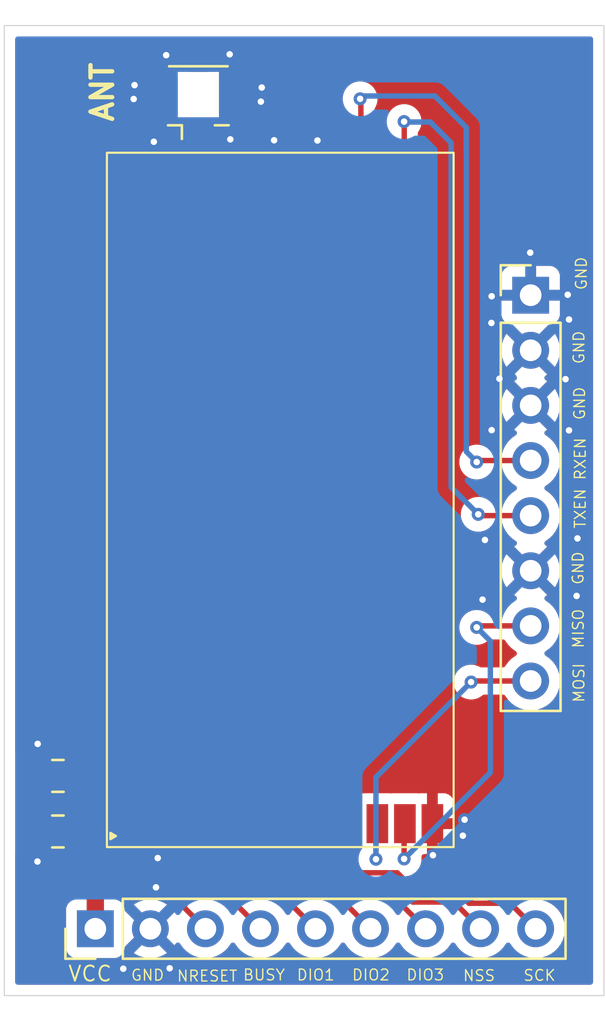
<source format=kicad_pcb>
(kicad_pcb (version 20241229) (generator "pcbnew") (generator_version "9.0")
  (layers (0 "F.Cu" signal) (2 "B.Cu" signal) (13 "F.Paste" user) (15 "B.Paste" user) (5 "F.SilkS" user "F.Silkscreen") (7 "B.SilkS" user "B.Silkscreen") (1 "F.Mask" user) (3 "B.Mask" user) (25 "Edge.Cuts" user))
  (net 0 "")
  (net 1 "GND")
  (net 2 "VCC")
  (net 3 "/NSS")
  (net 4 "/NRESET")
  (net 5 "/DIO1")
  (net 6 "/DIO2")
  (net 7 "/SCK")
  (net 8 "/BUSY")
  (net 9 "/DIO3")
  (net 10 "/RXEN")
  (net 11 "/MISO")
  (net 12 "/TXEN")
  (net 13 "/MOSI")
  (net 14 "/ANT")
  (footprint "Capacitor_SMD:C_0805_2012Metric" (layer "F.Cu") (at 83.405 62.315)
    (property "Reference" "C2" (hide yes))
    (property "Value" "10uF" (hide yes))
    (fp_line (start -0.261252 -0.735) (end 0.261252 -0.735) (stroke (width 0.12)) (layer "F.SilkS"))
    (fp_line (start -0.261252 0.735) (end 0.261252 0.735) (stroke (width 0.12)) (layer "F.SilkS"))
    (pad "1" smd roundrect (at -0.95 0) (size 1 1.45) (layers "F.Cu" "F.Mask" "F.Paste") (net 1 "GND"))
    (pad "2" smd roundrect (at 0.95 0) (size 1 1.45) (layers "F.Cu" "F.Mask" "F.Paste") (net 2 "VCC"))
  )
  (footprint "Connector_PinHeader_2.54mm:PinHeader_1x09_P2.54mm_Vertical" (layer "F.Cu") (at 85.13 66.8 90)
    (property "Reference" "J1" (hide yes))
    (property "Value" "Conn_01x09_Pin" (hide yes))
    (fp_line (start -1.38 -1.38) (end 0 -1.38) (stroke (width 0.12)) (layer "F.SilkS"))
    (fp_line (start -1.38 0) (end -1.38 -1.38) (stroke (width 0.12)) (layer "F.SilkS"))
    (fp_line (start 1.38 1.27) (end 1.38 21.7) (stroke (width 0.12)) (layer "F.SilkS"))
    (fp_line (start -1.38 1.27) (end 1.38 1.27) (stroke (width 0.12)) (layer "F.SilkS"))
    (fp_line (start -1.38 1.27) (end -1.38 21.7) (stroke (width 0.12)) (layer "F.SilkS"))
    (fp_line (start -1.38 21.7) (end 1.38 21.7) (stroke (width 0.12)) (layer "F.SilkS"))
    (pad "1" thru_hole rect (at 0 0 90) (size 1.7 1.7) (drill 1) (layers "*.Cu" "*.Mask") (net 2 "VCC"))
    (pad "2" thru_hole circle (at 0 2.54 90) (size 1.7 1.7) (drill 1) (layers "*.Cu" "*.Mask") (net 1 "GND"))
    (pad "3" thru_hole circle (at 0 5.08 90) (size 1.7 1.7) (drill 1) (layers "*.Cu" "*.Mask") (net 4 "/NRESET"))
    (pad "4" thru_hole circle (at 0 7.62 90) (size 1.7 1.7) (drill 1) (layers "*.Cu" "*.Mask") (net 8 "/BUSY"))
    (pad "5" thru_hole circle (at 0 10.16 90) (size 1.7 1.7) (drill 1) (layers "*.Cu" "*.Mask") (net 5 "/DIO1"))
    (pad "6" thru_hole circle (at 0 12.7 90) (size 1.7 1.7) (drill 1) (layers "*.Cu" "*.Mask") (net 6 "/DIO2"))
    (pad "7" thru_hole circle (at 0 15.24 90) (size 1.7 1.7) (drill 1) (layers "*.Cu" "*.Mask") (net 9 "/DIO3"))
    (pad "8" thru_hole circle (at 0 17.78 90) (size 1.7 1.7) (drill 1) (layers "*.Cu" "*.Mask") (net 3 "/NSS"))
    (pad "9" thru_hole circle (at 0 20.32 90) (size 1.7 1.7) (drill 1) (layers "*.Cu" "*.Mask") (net 7 "/SCK"))
  )
  (footprint "Capacitor_SMD:C_0805_2012Metric" (layer "F.Cu") (at 83.405 59.755)
    (property "Reference" "C1" (hide yes))
    (property "Value" "100nF" (hide yes))
    (fp_line (start -0.261252 -0.735) (end 0.261252 -0.735) (stroke (width 0.12)) (layer "F.SilkS"))
    (fp_line (start -0.261252 0.735) (end 0.261252 0.735) (stroke (width 0.12)) (layer "F.SilkS"))
    (pad "1" smd roundrect (at -0.95 0) (size 1 1.45) (layers "F.Cu" "F.Mask" "F.Paste") (net 1 "GND"))
    (pad "2" smd roundrect (at 0.95 0) (size 1 1.45) (layers "F.Cu" "F.Mask" "F.Paste") (net 2 "VCC"))
  )
  (footprint "Connector_PinHeader_2.54mm:PinHeader_1x08_P2.54mm_Vertical" (layer "F.Cu") (at 105.22 37.6)
    (property "Reference" "J2" (hide yes))
    (property "Value" "Conn_01x08_Pin" (hide yes))
    (fp_line (start -1.38 -1.38) (end 0 -1.38) (stroke (width 0.12)) (layer "F.SilkS"))
    (fp_line (start -1.38 0) (end -1.38 -1.38) (stroke (width 0.12)) (layer "F.SilkS"))
    (fp_line (start -1.38 1.27) (end -1.38 19.16) (stroke (width 0.12)) (layer "F.SilkS"))
    (fp_line (start -1.38 1.27) (end 1.38 1.27) (stroke (width 0.12)) (layer "F.SilkS"))
    (fp_line (start -1.38 19.16) (end 1.38 19.16) (stroke (width 0.12)) (layer "F.SilkS"))
    (fp_line (start 1.38 1.27) (end 1.38 19.16) (stroke (width 0.12)) (layer "F.SilkS"))
    (pad "1" thru_hole rect (at 0 0) (size 1.7 1.7) (drill 1) (layers "*.Cu" "*.Mask") (net 1 "GND"))
    (pad "2" thru_hole circle (at 0 2.54) (size 1.7 1.7) (drill 1) (layers "*.Cu" "*.Mask") (net 1 "GND"))
    (pad "3" thru_hole circle (at 0 5.08) (size 1.7 1.7) (drill 1) (layers "*.Cu" "*.Mask") (net 1 "GND"))
    (pad "4" thru_hole circle (at 0 7.62) (size 1.7 1.7) (drill 1) (layers "*.Cu" "*.Mask") (net 10 "/RXEN"))
    (pad "5" thru_hole circle (at 0 10.16) (size 1.7 1.7) (drill 1) (layers "*.Cu" "*.Mask") (net 12 "/TXEN"))
    (pad "6" thru_hole circle (at 0 12.7) (size 1.7 1.7) (drill 1) (layers "*.Cu" "*.Mask") (net 1 "GND"))
    (pad "7" thru_hole circle (at 0 15.24) (size 1.7 1.7) (drill 1) (layers "*.Cu" "*.Mask") (net 11 "/MISO"))
    (pad "8" thru_hole circle (at 0 17.78) (size 1.7 1.7) (drill 1) (layers "*.Cu" "*.Mask") (net 13 "/MOSI"))
  )
  (footprint "My_RF_Footprints:G-Nice RF SX1280-TCXO" (layer "F.Cu") (at 93.665 47.035)
    (property "Reference" "U1" (hide yes))
    (property "Value" "~" (hide yes))
    (fp_rect (start -8 16) (end 8 -16) (stroke (width 0.1)) (fill no) (layer "F.SilkS"))
    (fp_poly (pts (xy -7.84 15.34) (xy -7.84 15.64) (xy -7.58 15.49)) (stroke (width 0.1)) (fill yes) (layer "F.SilkS"))
    (pad "1" smd rect (at -6.95 14.92) (size 1 1.8) (layers "F.Cu" "F.Mask" "F.Paste") (net 2 "VCC"))
    (pad "2" smd rect (at -5.68 14.92) (size 1 1.8) (layers "F.Cu" "F.Mask" "F.Paste") (net 1 "GND"))
    (pad "3" smd rect (at -4.41 14.92) (size 1 1.8) (layers "F.Cu" "F.Mask" "F.Paste") (net 4 "/NRESET"))
    (pad "4" smd rect (at -3.14 14.92) (size 1 1.8) (layers "F.Cu" "F.Mask" "F.Paste") (net 8 "/BUSY"))
    (pad "5" smd rect (at -1.87 14.92) (size 1 1.8) (layers "F.Cu" "F.Mask" "F.Paste") (net 5 "/DIO1"))
    (pad "6" smd rect (at -0.6 14.92) (size 1 1.8) (layers "F.Cu" "F.Mask" "F.Paste") (net 6 "/DIO2"))
    (pad "7" smd rect (at 0.67 14.92) (size 1 1.8) (layers "F.Cu" "F.Mask" "F.Paste") (net 9 "/DIO3"))
    (pad "8" smd rect (at 1.94 14.92) (size 1 1.8) (layers "F.Cu" "F.Mask" "F.Paste") (net 3 "/NSS"))
    (pad "9" smd rect (at 3.21 14.92) (size 1 1.8) (layers "F.Cu" "F.Mask" "F.Paste") (net 7 "/SCK"))
    (pad "10" smd rect (at 4.48 14.92) (size 1 1.8) (layers "F.Cu" "F.Mask" "F.Paste") (net 13 "/MOSI"))
    (pad "11" smd rect (at 5.75 14.92) (size 1 1.8) (layers "F.Cu" "F.Mask" "F.Paste") (net 11 "/MISO"))
    (pad "12" smd rect (at 7.02 14.92) (size 1 1.8) (layers "F.Cu" "F.Mask" "F.Paste") (net 1 "GND"))
    (pad "13" smd rect (at 5.72 -14.82) (size 1.3 2) (layers "F.Cu" "F.Mask" "F.Paste") (net 12 "/TXEN"))
    (pad "14" smd rect (at 3.72 -14.82) (size 1.3 2) (layers "F.Cu" "F.Mask" "F.Paste") (net 10 "/RXEN"))
    (pad "15" smd rect (at 1.72 -14.82) (size 1.3 2) (layers "F.Cu" "F.Mask" "F.Paste") (net 1 "GND"))
    (pad "16" smd rect (at -0.28 -14.82) (size 1.3 2) (layers "F.Cu" "F.Mask" "F.Paste") (net 1 "GND"))
    (pad "17" smd rect (at -3.8 -14.82) (size 1.3 2) (layers "F.Cu" "F.Mask" "F.Paste") (net 14 "/ANT"))
    (pad "18" smd rect (at -5.8 -14.82) (size 1.3 2) (layers "F.Cu" "F.Mask" "F.Paste") (net 1 "GND"))
  )
  (footprint "Connector_Coaxial:U.FL_Hirose_U.FL-R-SMT-1_Vertical" (layer "F.Cu") (at 89.885 28.885 90)
    (property "Reference" "J3" (hide yes))
    (property "Value" "Conn_Coaxial" (hide yes))
    (fp_line (start -0.885 -1.4) (end -0.885 -0.76) (stroke (width 0.12)) (layer "F.SilkS"))
    (fp_line (start 1.835 -1.35) (end 1.835 1.35) (stroke (width 0.12)) (layer "F.SilkS"))
    (fp_line (start -0.885 -0.76) (end -1.515 -0.76) (stroke (width 0.12)) (layer "F.SilkS"))
    (fp_line (start -0.885 1.4) (end -0.885 0.76) (stroke (width 0.12)) (layer "F.SilkS"))
    (pad "1" smd roundrect (at -1.05 0 90) (size 1.05 1) (layers "F.Cu" "F.Mask" "F.Paste") (net 14 "/ANT"))
    (pad "2" smd roundrect (at 0.475 -1.475 90) (size 2.2 1.05) (layers "F.Cu" "F.Mask" "F.Paste") (roundrect_rratio 0.2380952381) (net 1 "GND"))
    (pad "2" smd roundrect (at 0.475 1.475 90) (size 2.2 1.05) (layers "F.Cu" "F.Mask" "F.Paste") (roundrect_rratio 0.2380952381) (net 1 "GND"))
    (zone (net 0) (net_name "") (layers "F.Cu" "B.Cu") (connect_pads (clearance 0)) (min_thickness 0.25)
      (keepout (tracks not_allowed) (vias not_allowed) (pads not_allowed) (copperpour not_allowed) (footprints allowed))
      (fill (thermal_gap 0.5) (thermal_bridge_width 0.5))
      (polygon (pts (xy 88.935 27.31) (xy 88.935 29.4) (xy 90.835 29.4) (xy 90.835 27.31)))
    )
  )
  (gr_rect (start 80.93 25.175609) (end 108.6 69.88) (stroke (width 0.05)) (fill no) (layer "Edge.Cuts"))
  (gr_text "SCK" (at 104.85 69.24 0) (layer "F.SilkS") (effects (font (size 0.5 0.5) (thickness 0.0625)) (justify left bottom)))
  (gr_text "GND" (at 107.77 43.39 90) (layer "F.SilkS") (effects (font (size 0.5 0.5) (thickness 0.0625)) (justify left bottom)))
  (gr_text "DIO3" (at 99.45 69.22 0) (layer "F.SilkS") (effects (font (size 0.5 0.5) (thickness 0.0625)) (justify left bottom)))
  (gr_text "RXEN" (at 107.8 46.16 90) (layer "F.SilkS") (effects (font (size 0.5 0.5) (thickness 0.0625)) (justify left bottom)))
  (gr_text "NSS" (at 102.06 69.25 0) (layer "F.SilkS") (effects (font (size 0.5 0.5) (thickness 0.0625)) (justify left bottom)))
  (gr_text "GND" (at 86.74 69.23 0) (layer "F.SilkS") (effects (font (size 0.5 0.5) (thickness 0.0625)) (justify left bottom)))
  (gr_text "TXEN" (at 107.8 48.39 90) (layer "F.SilkS") (effects (font (size 0.5 0.5) (thickness 0.0625)) (justify left bottom)))
  (gr_text "NRESET" (at 88.86 69.27 0) (layer "F.SilkS") (effects (font (size 0.5 0.5) (thickness 0.0625)) (justify left bottom)))
  (gr_text "GND" (at 107.85 37.4 90) (layer "F.SilkS") (effects (font (size 0.5 0.5) (thickness 0.0625)) (justify left bottom)))
  (gr_text "BUSY" (at 91.91 69.22 0) (layer "F.SilkS") (effects (font (size 0.5 0.5) (thickness 0.0625)) (justify left bottom)))
  (gr_text "VCC" (at 83.83 69.28 0) (layer "F.SilkS") (effects (font (size 0.7 0.7) (thickness 0.0875)) (justify left bottom)))
  (gr_text "DIO1" (at 94.39 69.22 0) (layer "F.SilkS") (effects (font (size 0.5 0.5) (thickness 0.0625)) (justify left bottom)))
  (gr_text "GND" (at 107.7 50.98 90) (layer "F.SilkS") (effects (font (size 0.5 0.5) (thickness 0.0625)) (justify left bottom)))
  (gr_text "MISO" (at 107.71 53.91 90) (layer "F.SilkS") (effects (font (size 0.5 0.5) (thickness 0.0625)) (justify left bottom)))
  (gr_text "GND" (at 107.74 40.81 90) (layer "F.SilkS") (effects (font (size 0.5 0.5) (thickness 0.0625)) (justify left bottom)))
  (gr_text "MOSI" (at 107.74 56.41 90) (layer "F.SilkS") (effects (font (size 0.5 0.5) (thickness 0.0625)) (justify left bottom)))
  (gr_text "ANT" (at 86.04 29.7 90) (layer "F.SilkS") (effects (font (size 1 1) (thickness 0.2) (bold yes)) (justify left bottom)))
  (gr_text "DIO2" (at 96.94 69.22 0) (layer "F.SilkS") (effects (font (size 0.5 0.5) (thickness 0.0625)) (justify left bottom)))
  (via (at 88.01 63.54) (size 0.6) (drill 0.3) (layers "F.Cu" "B.Cu") (net 1))
  (via (at 103 51.63) (size 0.6) (drill 0.3) (layers "F.Cu" "B.Cu") (net 1))
  (via (at 86.94 27.92) (size 0.6) (drill 0.3) (layers "F.Cu" "B.Cu") (net 1))
  (via (at 87.93 64.89) (size 0.6) (drill 0.3) (layers "F.Cu" "B.Cu") (net 1))
  (via (at 103.42 43.82) (size 0.6) (drill 0.3) (layers "F.Cu" "B.Cu") (net 1))
  (via (at 92.81 28.03) (size 0.6) (drill 0.3) (layers "F.Cu" "B.Cu") (net 1))
  (via (at 91.36 30.42) (size 0.6) (drill 0.3) (layers "F.Cu" "B.Cu") (net 1))
  (via (at 107.38 48.81) (size 0.6) (drill 0.3) (layers "F.Cu" "B.Cu") (net 1))
  (via (at 102.09 62.51) (size 0.6) (drill 0.3) (layers "F.Cu" "B.Cu") (net 1))
  (via (at 103.11 48.88) (size 0.6) (drill 0.3) (layers "F.Cu" "B.Cu") (net 1))
  (via (at 103.41 38.88) (size 0.6) (drill 0.3) (layers "F.Cu" "B.Cu") (net 1))
  (via (at 88.4 26.54) (size 0.6) (drill 0.3) (layers "F.Cu" "B.Cu") (net 1))
  (via (at 88.56 68.62) (size 0.6) (drill 0.3) (layers "F.Cu" "B.Cu") (net 1))
  (via (at 82.46 63.7) (size 0.6) (drill 0.3) (layers "F.Cu" "B.Cu") (net 1))
  (via (at 103.42 37.65) (size 0.6) (drill 0.3) (layers "F.Cu" "B.Cu") (net 1))
  (via (at 106.99 38.72) (size 0.6) (drill 0.3) (layers "F.Cu" "B.Cu") (net 1))
  (via (at 86.9 28.56) (size 0.6) (drill 0.3) (layers "F.Cu" "B.Cu") (net 1))
  (via (at 106.99 43.83) (size 0.6) (drill 0.3) (layers "F.Cu" "B.Cu") (net 1))
  (via (at 82.47 58.28) (size 0.6) (drill 0.3) (layers "F.Cu" "B.Cu") (net 1))
  (via (at 102.17 61.77) (size 0.6) (drill 0.3) (layers "F.Cu" "B.Cu") (net 1))
  (via (at 105.2 35.64) (size 0.6) (drill 0.3) (layers "F.Cu" "B.Cu") (net 1))
  (via (at 106.83 41.47) (size 0.6) (drill 0.3) (layers "F.Cu" "B.Cu") (net 1))
  (via (at 86.42 68.64) (size 0.6) (drill 0.3) (layers "F.Cu" "B.Cu") (net 1))
  (via (at 93.38 30.46) (size 0.6) (drill 0.3) (layers "F.Cu" "B.Cu") (net 1))
  (via (at 107.34 51.46) (size 0.6) (drill 0.3) (layers "F.Cu" "B.Cu") (net 1))
  (via (at 92.77 28.68) (size 0.6) (drill 0.3) (layers "F.Cu" "B.Cu") (net 1))
  (via (at 100.71 63.41) (size 0.6) (drill 0.3) (layers "F.Cu" "B.Cu") (net 1))
  (via (at 87.83 30.53) (size 0.6) (drill 0.3) (layers "F.Cu" "B.Cu") (net 1))
  (via (at 91.33 26.5) (size 0.6) (drill 0.3) (layers "F.Cu" "B.Cu") (net 1))
  (via (at 106.93 37.58) (size 0.6) (drill 0.3) (layers "F.Cu" "B.Cu") (net 1))
  (via (at 95.38 30.47) (size 0.6) (drill 0.3) (layers "F.Cu" "B.Cu") (net 1))
  (via (at 103.78 41.45) (size 0.6) (drill 0.3) (layers "F.Cu" "B.Cu") (net 1))
  (segment (start 86.715 64.125) (end 86.715 61.955) (width 0.8) (layer "F.Cu") (net 2))
  (segment (start 85.13 66.8) (end 85.13 64.28) (width 0.8) (layer "F.Cu") (net 2))
  (segment (start 85.13 64.28) (end 85.28 64.13) (width 0.2) (layer "F.Cu") (net 2))
  (segment (start 84.36 64.13) (end 84.355 64.125) (width 0.2) (layer "F.Cu") (net 2))
  (segment (start 85.28 64.13) (end 86.72 64.13) (width 0.8) (layer "F.Cu") (net 2))
  (segment (start 86.72 64.13) (end 86.715 64.125) (width 0.2) (layer "F.Cu") (net 2))
  (segment (start 84.355 64.125) (end 84.355 62.315) (width 0.8) (layer "F.Cu") (net 2))
  (segment (start 84.355 62.315) (end 84.355 59.755) (width 0.8) (layer "F.Cu") (net 2))
  (segment (start 85.28 64.13) (end 84.36 64.13) (width 0.8) (layer "F.Cu") (net 2))
  (segment (start 96.99 64.670095) (end 96.358905 64.039) (width 0.25) (layer "F.Cu") (net 3))
  (segment (start 98.877905 64.670095) (end 96.99 64.670095) (width 0.25) (layer "F.Cu") (net 3))
  (segment (start 101.676095 65.566095) (end 99.773905 65.566095) (width 0.25) (layer "F.Cu") (net 3))
  (segment (start 103.06 66.18) (end 103.049 66.18) (width 0.2) (layer "F.Cu") (net 3))
  (segment (start 95.64 64.039) (end 95.64 61.99) (width 0.25) (layer "F.Cu") (net 3))
  (segment (start 102.91 66.8) (end 101.676095 65.566095) (width 0.25) (layer "F.Cu") (net 3))
  (segment (start 99.773905 65.566095) (end 98.877905 64.670095) (width 0.25) (layer "F.Cu") (net 3))
  (segment (start 95.6 61.96) (end 95.605 61.955) (width 0.2) (layer "F.Cu") (net 3))
  (segment (start 96.358905 64.039) (end 95.64 64.039) (width 0.25) (layer "F.Cu") (net 3))
  (segment (start 95.64 61.99) (end 95.605 61.955) (width 0.25) (layer "F.Cu") (net 3))
  (segment (start 90.21 66.8) (end 89.255 65.845) (width 0.25) (layer "F.Cu") (net 4))
  (segment (start 89.255 65.845) (end 89.255 61.955) (width 0.25) (layer "F.Cu") (net 4))
  (segment (start 93.48 64.99) (end 92.39 64.99) (width 0.25) (layer "F.Cu") (net 5))
  (segment (start 92.39 64.99) (end 91.795 64.395) (width 0.25) (layer "F.Cu") (net 5))
  (segment (start 95.29 66.8) (end 93.48 64.99) (width 0.25) (layer "F.Cu") (net 5))
  (segment (start 91.795 64.395) (end 91.795 61.955) (width 0.25) (layer "F.Cu") (net 5))
  (segment (start 97.83 66.8) (end 96 64.97) (width 0.25) (layer "F.Cu") (net 6))
  (segment (start 93.065 64.164) (end 93.065 61.955) (width 0.25) (layer "F.Cu") (net 6))
  (segment (start 93.44 64.539) (end 93.065 64.164) (width 0.25) (layer "F.Cu") (net 6))
  (segment (start 94.069 64.539) (end 93.44 64.539) (width 0.25) (layer "F.Cu") (net 6))
  (segment (start 94.5 64.97) (end 94.069 64.539) (width 0.25) (layer "F.Cu") (net 6))
  (segment (start 96 64.97) (end 94.5 64.97) (width 0.25) (layer "F.Cu") (net 6))
  (segment (start 101.855 65.10719) (end 99.95281 65.10719) (width 0.25) (layer "F.Cu") (net 7))
  (segment (start 96.875 63.917285) (end 96.875 61.955) (width 0.25) (layer "F.Cu") (net 7))
  (segment (start 99.064715 64.219095) (end 97.17681 64.219095) (width 0.25) (layer "F.Cu") (net 7))
  (segment (start 104.274 65.624) (end 102.37181 65.624) (width 0.25) (layer "F.Cu") (net 7))
  (segment (start 105.45 66.8) (end 104.274 65.624) (width 0.25) (layer "F.Cu") (net 7))
  (segment (start 97.17681 64.219095) (end 96.875 63.917285) (width 0.25) (layer "F.Cu") (net 7))
  (segment (start 99.95281 65.10719) (end 99.064715 64.219095) (width 0.25) (layer "F.Cu") (net 7))
  (segment (start 102.37181 65.624) (end 101.855 65.10719) (width 0.25) (layer "F.Cu") (net 7))
  (segment (start 92.75 66.8) (end 90.525 64.575) (width 0.25) (layer "F.Cu") (net 8))
  (segment (start 90.525 64.575) (end 90.525 61.955) (width 0.25) (layer "F.Cu") (net 8))
  (segment (start 94.74 64.49) (end 94.335 64.085) (width 0.25) (layer "F.Cu") (net 9))
  (segment (start 96.15781 64.49) (end 94.74 64.49) (width 0.25) (layer "F.Cu") (net 9))
  (segment (start 94.335 64.085) (end 94.335 61.955) (width 0.25) (layer "F.Cu") (net 9))
  (segment (start 96.788905 65.121095) (end 96.15781 64.49) (width 0.25) (layer "F.Cu") (net 9))
  (segment (start 94.380492 62.000492) (end 94.335 61.955) (width 0.2) (layer "F.Cu") (net 9))
  (segment (start 100.37 66.8) (end 98.691095 65.121095) (width 0.25) (layer "F.Cu") (net 9))
  (segment (start 98.691095 65.121095) (end 96.788905 65.121095) (width 0.25) (layer "F.Cu") (net 9))
  (segment (start 97.385 28.585) (end 97.385 32.215) (width 0.25) (layer "F.Cu") (net 10))
  (segment (start 97.35 28.55) (end 97.385 28.585) (width 0.25) (layer "F.Cu") (net 10))
  (segment (start 102.8 45.22) (end 102.73 45.29) (width 0.25) (layer "F.Cu") (net 10))
  (segment (start 105.22 45.22) (end 102.8 45.22) (width 0.25) (layer "F.Cu") (net 10))
  (via (at 97.35 28.55) (size 0.6) (drill 0.3) (layers "F.Cu" "B.Cu") (net 10))
  (via (at 102.73 45.29) (size 0.6) (drill 0.3) (layers "F.Cu" "B.Cu") (net 10))
  (segment (start 102.25 44.81) (end 102.25 29.87) (width 0.25) (layer "B.Cu") (net 10))
  (segment (start 102.73 45.29) (end 102.25 44.81) (width 0.25) (layer "B.Cu") (net 10))
  (segment (start 100.8 28.42) (end 97.48 28.42) (width 0.25) (layer "B.Cu") (net 10))
  (segment (start 97.48 28.42) (end 97.35 28.55) (width 0.25) (layer "B.Cu") (net 10))
  (segment (start 102.25 29.87) (end 100.8 28.42) (width 0.25) (layer "B.Cu") (net 10))
  (segment (start 99.38 61.99) (end 99.415 61.955) (width 0.25) (layer "F.Cu") (net 11))
  (segment (start 105.22 52.84) (end 102.8 52.84) (width 0.25) (layer "F.Cu") (net 11))
  (segment (start 99.38 63.58) (end 99.38 61.99) (width 0.25) (layer "F.Cu") (net 11))
  (segment (start 102.8 52.84) (end 102.73 52.91) (width 0.25) (layer "F.Cu") (net 11))
  (via (at 99.38 63.58) (size 0.6) (drill 0.3) (layers "F.Cu" "B.Cu") (net 11))
  (via (at 102.73 52.91) (size 0.6) (drill 0.3) (layers "F.Cu" "B.Cu") (net 11))
  (segment (start 103.36 59.6) (end 99.38 63.58) (width 0.25) (layer "B.Cu") (net 11))
  (segment (start 102.73 52.91) (end 103.36 53.54) (width 0.25) (layer "B.Cu") (net 11))
  (segment (start 103.36 53.54) (end 103.36 59.6) (width 0.25) (layer "B.Cu") (net 11))
  (segment (start 99.385 29.605) (end 99.385 32.215) (width 0.25) (layer "F.Cu") (net 12))
  (segment (start 102.86 47.76) (end 102.8 47.7) (width 0.25) (layer "F.Cu") (net 12))
  (segment (start 99.38 29.6) (end 99.385 29.605) (width 0.25) (layer "F.Cu") (net 12))
  (segment (start 105.22 47.76) (end 102.86 47.76) (width 0.25) (layer "F.Cu") (net 12))
  (via (at 102.8 47.7) (size 0.6) (drill 0.3) (layers "F.Cu" "B.Cu") (net 12))
  (via (at 99.38 29.6) (size 0.6) (drill 0.3) (layers "F.Cu" "B.Cu") (net 12))
  (segment (start 101.55 46.45) (end 101.55 30.58) (width 0.25) (layer "B.Cu") (net 12))
  (segment (start 100.59 29.62) (end 99.4 29.62) (width 0.25) (layer "B.Cu") (net 12))
  (segment (start 99.4 29.62) (end 99.38 29.6) (width 0.25) (layer "B.Cu") (net 12))
  (segment (start 101.55 30.58) (end 100.59 29.62) (width 0.25) (layer "B.Cu") (net 12))
  (segment (start 102.8 47.7) (end 101.55 46.45) (width 0.25) (layer "B.Cu") (net 12))
  (segment (start 98.08 63.594095) (end 98.08 62.02) (width 0.25) (layer "F.Cu") (net 13))
  (segment (start 102.52 55.38) (end 102.47 55.43) (width 0.25) (layer "F.Cu") (net 13))
  (segment (start 98.08 62.02) (end 98.145 61.955) (width 0.25) (layer "F.Cu") (net 13))
  (segment (start 105.22 55.38) (end 102.52 55.38) (width 0.25) (layer "F.Cu") (net 13))
  (via (at 102.47 55.43) (size 0.6) (drill 0.3) (layers "F.Cu" "B.Cu") (net 13))
  (via (at 98.08 63.594095) (size 0.6) (drill 0.3) (layers "F.Cu" "B.Cu") (net 13))
  (segment (start 98.08 59.82) (end 98.08 63.594095) (width 0.25) (layer "B.Cu") (net 13))
  (segment (start 102.47 55.43) (end 98.08 59.82) (width 0.25) (layer "B.Cu") (net 13))
  (segment (start 89.865 32.215) (end 89.865 29.885) (width 0.8) (layer "F.Cu") (net 14))
  (zone (net 1) (net_name "GND") (layer "F.Cu") (priority 1) (connect_pads (clearance 0.5)) (min_thickness 0.25) (fill yes (thermal_gap 0.5) (thermal_bridge_width 0.5))
    (polygon (pts (xy 80.731264 23.99631) (xy 108.7 24.353611) (xy 108.7 70.485246) (xy 80.781843 70.515244)))
  )
  (zone (net 1) (net_name "GND") (layer "B.Cu") (connect_pads (clearance 0.5)) (min_thickness 0.25) (fill yes (thermal_gap 0.5) (thermal_bridge_width 0.5))
    (polygon (pts (xy 81.141006 24.06947) (xy 108.585504 24.099613) (xy 108.685293 71.197692) (xy 81.108265 71.187689)))
  )
)
</source>
